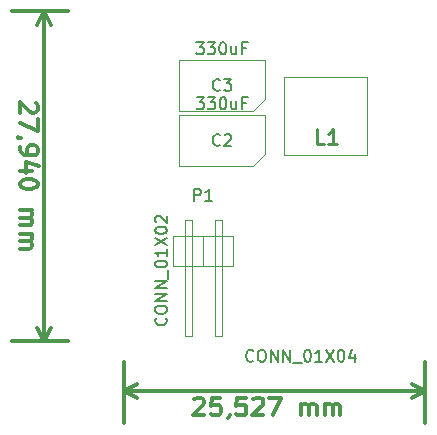
<source format=gbr>
G04 #@! TF.GenerationSoftware,KiCad,Pcbnew,(5.1.5)-3*
G04 #@! TF.CreationDate,2020-11-20T22:13:14+01:00*
G04 #@! TF.ProjectId,Microduino_Base_DE,4d696372-6f64-4756-996e-6f5f42617365,0.0*
G04 #@! TF.SameCoordinates,Original*
G04 #@! TF.FileFunction,Other,Fab,Top*
%FSLAX46Y46*%
G04 Gerber Fmt 4.6, Leading zero omitted, Abs format (unit mm)*
G04 Created by KiCad (PCBNEW (5.1.5)-3) date 2020-11-20 22:13:14*
%MOMM*%
%LPD*%
G04 APERTURE LIST*
%ADD10C,0.300000*%
%ADD11C,0.100000*%
%ADD12C,0.150000*%
%ADD13C,0.254000*%
G04 APERTURE END LIST*
D10*
X131433971Y-70493714D02*
X131505400Y-70565142D01*
X131576828Y-70708000D01*
X131576828Y-71065142D01*
X131505400Y-71208000D01*
X131433971Y-71279428D01*
X131291114Y-71350857D01*
X131148257Y-71350857D01*
X130933971Y-71279428D01*
X130076828Y-70422285D01*
X130076828Y-71350857D01*
X131576828Y-71850857D02*
X131576828Y-72850857D01*
X130076828Y-72208000D01*
X130148257Y-73493714D02*
X130076828Y-73493714D01*
X129933971Y-73422285D01*
X129862542Y-73350857D01*
X130076828Y-74208000D02*
X130076828Y-74493714D01*
X130148257Y-74636571D01*
X130219685Y-74708000D01*
X130433971Y-74850857D01*
X130719685Y-74922285D01*
X131291114Y-74922285D01*
X131433971Y-74850857D01*
X131505400Y-74779428D01*
X131576828Y-74636571D01*
X131576828Y-74350857D01*
X131505400Y-74208000D01*
X131433971Y-74136571D01*
X131291114Y-74065142D01*
X130933971Y-74065142D01*
X130791114Y-74136571D01*
X130719685Y-74208000D01*
X130648257Y-74350857D01*
X130648257Y-74636571D01*
X130719685Y-74779428D01*
X130791114Y-74850857D01*
X130933971Y-74922285D01*
X131076828Y-76208000D02*
X130076828Y-76208000D01*
X131648257Y-75850857D02*
X130576828Y-75493714D01*
X130576828Y-76422285D01*
X131576828Y-77279428D02*
X131576828Y-77422285D01*
X131505400Y-77565142D01*
X131433971Y-77636571D01*
X131291114Y-77708000D01*
X131005400Y-77779428D01*
X130648257Y-77779428D01*
X130362542Y-77708000D01*
X130219685Y-77636571D01*
X130148257Y-77565142D01*
X130076828Y-77422285D01*
X130076828Y-77279428D01*
X130148257Y-77136571D01*
X130219685Y-77065142D01*
X130362542Y-76993714D01*
X130648257Y-76922285D01*
X131005400Y-76922285D01*
X131291114Y-76993714D01*
X131433971Y-77065142D01*
X131505400Y-77136571D01*
X131576828Y-77279428D01*
X130076828Y-79565142D02*
X131076828Y-79565142D01*
X130933971Y-79565142D02*
X131005400Y-79636571D01*
X131076828Y-79779428D01*
X131076828Y-79993714D01*
X131005400Y-80136571D01*
X130862542Y-80208000D01*
X130076828Y-80208000D01*
X130862542Y-80208000D02*
X131005400Y-80279428D01*
X131076828Y-80422285D01*
X131076828Y-80636571D01*
X131005400Y-80779428D01*
X130862542Y-80850857D01*
X130076828Y-80850857D01*
X130076828Y-81565142D02*
X131076828Y-81565142D01*
X130933971Y-81565142D02*
X131005400Y-81636571D01*
X131076828Y-81779428D01*
X131076828Y-81993714D01*
X131005400Y-82136571D01*
X130862542Y-82208000D01*
X130076828Y-82208000D01*
X130862542Y-82208000D02*
X131005400Y-82279428D01*
X131076828Y-82422285D01*
X131076828Y-82636571D01*
X131005400Y-82779428D01*
X130862542Y-82850857D01*
X130076828Y-82850857D01*
X132105400Y-62738000D02*
X132105400Y-90678000D01*
X134137400Y-62738000D02*
X129405400Y-62738000D01*
X134137400Y-90678000D02*
X129405400Y-90678000D01*
X132105400Y-90678000D02*
X131518979Y-89551496D01*
X132105400Y-90678000D02*
X132691821Y-89551496D01*
X132105400Y-62738000D02*
X131518979Y-63864504D01*
X132105400Y-62738000D02*
X132691821Y-63864504D01*
X144814114Y-95587428D02*
X144885542Y-95516000D01*
X145028400Y-95444571D01*
X145385542Y-95444571D01*
X145528400Y-95516000D01*
X145599828Y-95587428D01*
X145671257Y-95730285D01*
X145671257Y-95873142D01*
X145599828Y-96087428D01*
X144742685Y-96944571D01*
X145671257Y-96944571D01*
X147028400Y-95444571D02*
X146314114Y-95444571D01*
X146242685Y-96158857D01*
X146314114Y-96087428D01*
X146456971Y-96016000D01*
X146814114Y-96016000D01*
X146956971Y-96087428D01*
X147028400Y-96158857D01*
X147099828Y-96301714D01*
X147099828Y-96658857D01*
X147028400Y-96801714D01*
X146956971Y-96873142D01*
X146814114Y-96944571D01*
X146456971Y-96944571D01*
X146314114Y-96873142D01*
X146242685Y-96801714D01*
X147814114Y-96873142D02*
X147814114Y-96944571D01*
X147742685Y-97087428D01*
X147671257Y-97158857D01*
X149171257Y-95444571D02*
X148456971Y-95444571D01*
X148385542Y-96158857D01*
X148456971Y-96087428D01*
X148599828Y-96016000D01*
X148956971Y-96016000D01*
X149099828Y-96087428D01*
X149171257Y-96158857D01*
X149242685Y-96301714D01*
X149242685Y-96658857D01*
X149171257Y-96801714D01*
X149099828Y-96873142D01*
X148956971Y-96944571D01*
X148599828Y-96944571D01*
X148456971Y-96873142D01*
X148385542Y-96801714D01*
X149814114Y-95587428D02*
X149885542Y-95516000D01*
X150028400Y-95444571D01*
X150385542Y-95444571D01*
X150528400Y-95516000D01*
X150599828Y-95587428D01*
X150671257Y-95730285D01*
X150671257Y-95873142D01*
X150599828Y-96087428D01*
X149742685Y-96944571D01*
X150671257Y-96944571D01*
X151171257Y-95444571D02*
X152171257Y-95444571D01*
X151528400Y-96944571D01*
X153885542Y-96944571D02*
X153885542Y-95944571D01*
X153885542Y-96087428D02*
X153956971Y-96016000D01*
X154099828Y-95944571D01*
X154314114Y-95944571D01*
X154456971Y-96016000D01*
X154528400Y-96158857D01*
X154528400Y-96944571D01*
X154528400Y-96158857D02*
X154599828Y-96016000D01*
X154742685Y-95944571D01*
X154956971Y-95944571D01*
X155099828Y-96016000D01*
X155171257Y-96158857D01*
X155171257Y-96944571D01*
X155885542Y-96944571D02*
X155885542Y-95944571D01*
X155885542Y-96087428D02*
X155956971Y-96016000D01*
X156099828Y-95944571D01*
X156314114Y-95944571D01*
X156456971Y-96016000D01*
X156528400Y-96158857D01*
X156528400Y-96944571D01*
X156528400Y-96158857D02*
X156599828Y-96016000D01*
X156742685Y-95944571D01*
X156956971Y-95944571D01*
X157099828Y-96016000D01*
X157171257Y-96158857D01*
X157171257Y-96944571D01*
X164363400Y-94868999D02*
X138836400Y-94868999D01*
X164363400Y-92456000D02*
X164363400Y-97568999D01*
X138836400Y-92456000D02*
X138836400Y-97568999D01*
X138836400Y-94868999D02*
X139962904Y-94282578D01*
X138836400Y-94868999D02*
X139962904Y-95455420D01*
X164363400Y-94868999D02*
X163236896Y-94282578D01*
X164363400Y-94868999D02*
X163236896Y-95455420D01*
D11*
X143517600Y-71149100D02*
X149817600Y-71149100D01*
X149817600Y-71149100D02*
X150817600Y-70149100D01*
X150817600Y-70149100D02*
X150817600Y-66849100D01*
X150817600Y-66849100D02*
X143517600Y-66849100D01*
X143517600Y-66849100D02*
X143517600Y-71149100D01*
X148131000Y-81755000D02*
X145591000Y-81755000D01*
X145591000Y-81755000D02*
X145591000Y-84255000D01*
X145591000Y-84255000D02*
X148131000Y-84255000D01*
X148131000Y-84255000D02*
X148131000Y-81755000D01*
X147181000Y-80355000D02*
X146541000Y-80355000D01*
X146541000Y-80355000D02*
X146541000Y-90255000D01*
X146541000Y-90255000D02*
X147181000Y-90255000D01*
X147181000Y-90255000D02*
X147181000Y-80355000D01*
X145591000Y-81755000D02*
X143051000Y-81755000D01*
X143051000Y-81755000D02*
X143051000Y-84255000D01*
X143051000Y-84255000D02*
X145591000Y-84255000D01*
X145591000Y-84255000D02*
X145591000Y-81755000D01*
X144641000Y-80355000D02*
X144001000Y-80355000D01*
X144001000Y-80355000D02*
X144001000Y-90255000D01*
X144001000Y-90255000D02*
X144641000Y-90255000D01*
X144641000Y-90255000D02*
X144641000Y-80355000D01*
X143530300Y-71510000D02*
X143530300Y-75810000D01*
X150830300Y-71510000D02*
X143530300Y-71510000D01*
X150830300Y-74810000D02*
X150830300Y-71510000D01*
X149830300Y-75810000D02*
X150830300Y-74810000D01*
X143530300Y-75810000D02*
X149830300Y-75810000D01*
X152456000Y-68328000D02*
X159456000Y-68328000D01*
X159456000Y-68328000D02*
X159456000Y-74928000D01*
X159456000Y-74928000D02*
X152456000Y-74928000D01*
X152456000Y-74928000D02*
X152456000Y-68328000D01*
D12*
X145000933Y-65351480D02*
X145619980Y-65351480D01*
X145286647Y-65732433D01*
X145429504Y-65732433D01*
X145524742Y-65780052D01*
X145572361Y-65827671D01*
X145619980Y-65922909D01*
X145619980Y-66161004D01*
X145572361Y-66256242D01*
X145524742Y-66303861D01*
X145429504Y-66351480D01*
X145143790Y-66351480D01*
X145048552Y-66303861D01*
X145000933Y-66256242D01*
X145953314Y-65351480D02*
X146572361Y-65351480D01*
X146239028Y-65732433D01*
X146381885Y-65732433D01*
X146477123Y-65780052D01*
X146524742Y-65827671D01*
X146572361Y-65922909D01*
X146572361Y-66161004D01*
X146524742Y-66256242D01*
X146477123Y-66303861D01*
X146381885Y-66351480D01*
X146096171Y-66351480D01*
X146000933Y-66303861D01*
X145953314Y-66256242D01*
X147191409Y-65351480D02*
X147286647Y-65351480D01*
X147381885Y-65399100D01*
X147429504Y-65446719D01*
X147477123Y-65541957D01*
X147524742Y-65732433D01*
X147524742Y-65970528D01*
X147477123Y-66161004D01*
X147429504Y-66256242D01*
X147381885Y-66303861D01*
X147286647Y-66351480D01*
X147191409Y-66351480D01*
X147096171Y-66303861D01*
X147048552Y-66256242D01*
X147000933Y-66161004D01*
X146953314Y-65970528D01*
X146953314Y-65732433D01*
X147000933Y-65541957D01*
X147048552Y-65446719D01*
X147096171Y-65399100D01*
X147191409Y-65351480D01*
X148381885Y-65684814D02*
X148381885Y-66351480D01*
X147953314Y-65684814D02*
X147953314Y-66208623D01*
X148000933Y-66303861D01*
X148096171Y-66351480D01*
X148239028Y-66351480D01*
X148334266Y-66303861D01*
X148381885Y-66256242D01*
X149191409Y-65827671D02*
X148858076Y-65827671D01*
X148858076Y-66351480D02*
X148858076Y-65351480D01*
X149334266Y-65351480D01*
X147000933Y-69356242D02*
X146953314Y-69403861D01*
X146810457Y-69451480D01*
X146715219Y-69451480D01*
X146572361Y-69403861D01*
X146477123Y-69308623D01*
X146429504Y-69213385D01*
X146381885Y-69022909D01*
X146381885Y-68880052D01*
X146429504Y-68689576D01*
X146477123Y-68594338D01*
X146572361Y-68499100D01*
X146715219Y-68451480D01*
X146810457Y-68451480D01*
X146953314Y-68499100D01*
X147000933Y-68546719D01*
X147334266Y-68451480D02*
X147953314Y-68451480D01*
X147619980Y-68832433D01*
X147762838Y-68832433D01*
X147858076Y-68880052D01*
X147905695Y-68927671D01*
X147953314Y-69022909D01*
X147953314Y-69261004D01*
X147905695Y-69356242D01*
X147858076Y-69403861D01*
X147762838Y-69451480D01*
X147477123Y-69451480D01*
X147381885Y-69403861D01*
X147334266Y-69356242D01*
X142408142Y-88693809D02*
X142455761Y-88741428D01*
X142503380Y-88884285D01*
X142503380Y-88979523D01*
X142455761Y-89122380D01*
X142360523Y-89217619D01*
X142265285Y-89265238D01*
X142074809Y-89312857D01*
X141931952Y-89312857D01*
X141741476Y-89265238D01*
X141646238Y-89217619D01*
X141551000Y-89122380D01*
X141503380Y-88979523D01*
X141503380Y-88884285D01*
X141551000Y-88741428D01*
X141598619Y-88693809D01*
X141503380Y-88074761D02*
X141503380Y-87884285D01*
X141551000Y-87789047D01*
X141646238Y-87693809D01*
X141836714Y-87646190D01*
X142170047Y-87646190D01*
X142360523Y-87693809D01*
X142455761Y-87789047D01*
X142503380Y-87884285D01*
X142503380Y-88074761D01*
X142455761Y-88170000D01*
X142360523Y-88265238D01*
X142170047Y-88312857D01*
X141836714Y-88312857D01*
X141646238Y-88265238D01*
X141551000Y-88170000D01*
X141503380Y-88074761D01*
X142503380Y-87217619D02*
X141503380Y-87217619D01*
X142503380Y-86646190D01*
X141503380Y-86646190D01*
X142503380Y-86170000D02*
X141503380Y-86170000D01*
X142503380Y-85598571D01*
X141503380Y-85598571D01*
X142598619Y-85360476D02*
X142598619Y-84598571D01*
X141503380Y-84170000D02*
X141503380Y-84074761D01*
X141551000Y-83979523D01*
X141598619Y-83931904D01*
X141693857Y-83884285D01*
X141884333Y-83836666D01*
X142122428Y-83836666D01*
X142312904Y-83884285D01*
X142408142Y-83931904D01*
X142455761Y-83979523D01*
X142503380Y-84074761D01*
X142503380Y-84170000D01*
X142455761Y-84265238D01*
X142408142Y-84312857D01*
X142312904Y-84360476D01*
X142122428Y-84408095D01*
X141884333Y-84408095D01*
X141693857Y-84360476D01*
X141598619Y-84312857D01*
X141551000Y-84265238D01*
X141503380Y-84170000D01*
X142503380Y-82884285D02*
X142503380Y-83455714D01*
X142503380Y-83170000D02*
X141503380Y-83170000D01*
X141646238Y-83265238D01*
X141741476Y-83360476D01*
X141789095Y-83455714D01*
X141503380Y-82550952D02*
X142503380Y-81884285D01*
X141503380Y-81884285D02*
X142503380Y-82550952D01*
X141503380Y-81312857D02*
X141503380Y-81217619D01*
X141551000Y-81122380D01*
X141598619Y-81074761D01*
X141693857Y-81027142D01*
X141884333Y-80979523D01*
X142122428Y-80979523D01*
X142312904Y-81027142D01*
X142408142Y-81074761D01*
X142455761Y-81122380D01*
X142503380Y-81217619D01*
X142503380Y-81312857D01*
X142455761Y-81408095D01*
X142408142Y-81455714D01*
X142312904Y-81503333D01*
X142122428Y-81550952D01*
X141884333Y-81550952D01*
X141693857Y-81503333D01*
X141598619Y-81455714D01*
X141551000Y-81408095D01*
X141503380Y-81312857D01*
X141598619Y-80598571D02*
X141551000Y-80550952D01*
X141503380Y-80455714D01*
X141503380Y-80217619D01*
X141551000Y-80122380D01*
X141598619Y-80074761D01*
X141693857Y-80027142D01*
X141789095Y-80027142D01*
X141931952Y-80074761D01*
X142503380Y-80646190D01*
X142503380Y-80027142D01*
X144802104Y-78775380D02*
X144802104Y-77775380D01*
X145183057Y-77775380D01*
X145278295Y-77823000D01*
X145325914Y-77870619D01*
X145373533Y-77965857D01*
X145373533Y-78108714D01*
X145325914Y-78203952D01*
X145278295Y-78251571D01*
X145183057Y-78299190D01*
X144802104Y-78299190D01*
X146325914Y-78775380D02*
X145754485Y-78775380D01*
X146040200Y-78775380D02*
X146040200Y-77775380D01*
X145944961Y-77918238D01*
X145849723Y-78013476D01*
X145754485Y-78061095D01*
X149823990Y-92295342D02*
X149776371Y-92342961D01*
X149633514Y-92390580D01*
X149538276Y-92390580D01*
X149395419Y-92342961D01*
X149300180Y-92247723D01*
X149252561Y-92152485D01*
X149204942Y-91962009D01*
X149204942Y-91819152D01*
X149252561Y-91628676D01*
X149300180Y-91533438D01*
X149395419Y-91438200D01*
X149538276Y-91390580D01*
X149633514Y-91390580D01*
X149776371Y-91438200D01*
X149823990Y-91485819D01*
X150443038Y-91390580D02*
X150633514Y-91390580D01*
X150728752Y-91438200D01*
X150823990Y-91533438D01*
X150871609Y-91723914D01*
X150871609Y-92057247D01*
X150823990Y-92247723D01*
X150728752Y-92342961D01*
X150633514Y-92390580D01*
X150443038Y-92390580D01*
X150347800Y-92342961D01*
X150252561Y-92247723D01*
X150204942Y-92057247D01*
X150204942Y-91723914D01*
X150252561Y-91533438D01*
X150347800Y-91438200D01*
X150443038Y-91390580D01*
X151300180Y-92390580D02*
X151300180Y-91390580D01*
X151871609Y-92390580D01*
X151871609Y-91390580D01*
X152347800Y-92390580D02*
X152347800Y-91390580D01*
X152919228Y-92390580D01*
X152919228Y-91390580D01*
X153157323Y-92485819D02*
X153919228Y-92485819D01*
X154347800Y-91390580D02*
X154443038Y-91390580D01*
X154538276Y-91438200D01*
X154585895Y-91485819D01*
X154633514Y-91581057D01*
X154681133Y-91771533D01*
X154681133Y-92009628D01*
X154633514Y-92200104D01*
X154585895Y-92295342D01*
X154538276Y-92342961D01*
X154443038Y-92390580D01*
X154347800Y-92390580D01*
X154252561Y-92342961D01*
X154204942Y-92295342D01*
X154157323Y-92200104D01*
X154109704Y-92009628D01*
X154109704Y-91771533D01*
X154157323Y-91581057D01*
X154204942Y-91485819D01*
X154252561Y-91438200D01*
X154347800Y-91390580D01*
X155633514Y-92390580D02*
X155062085Y-92390580D01*
X155347800Y-92390580D02*
X155347800Y-91390580D01*
X155252561Y-91533438D01*
X155157323Y-91628676D01*
X155062085Y-91676295D01*
X155966847Y-91390580D02*
X156633514Y-92390580D01*
X156633514Y-91390580D02*
X155966847Y-92390580D01*
X157204942Y-91390580D02*
X157300180Y-91390580D01*
X157395419Y-91438200D01*
X157443038Y-91485819D01*
X157490657Y-91581057D01*
X157538276Y-91771533D01*
X157538276Y-92009628D01*
X157490657Y-92200104D01*
X157443038Y-92295342D01*
X157395419Y-92342961D01*
X157300180Y-92390580D01*
X157204942Y-92390580D01*
X157109704Y-92342961D01*
X157062085Y-92295342D01*
X157014466Y-92200104D01*
X156966847Y-92009628D01*
X156966847Y-91771533D01*
X157014466Y-91581057D01*
X157062085Y-91485819D01*
X157109704Y-91438200D01*
X157204942Y-91390580D01*
X158395419Y-91723914D02*
X158395419Y-92390580D01*
X158157323Y-91342961D02*
X157919228Y-92057247D01*
X158538276Y-92057247D01*
X145013633Y-70012380D02*
X145632680Y-70012380D01*
X145299347Y-70393333D01*
X145442204Y-70393333D01*
X145537442Y-70440952D01*
X145585061Y-70488571D01*
X145632680Y-70583809D01*
X145632680Y-70821904D01*
X145585061Y-70917142D01*
X145537442Y-70964761D01*
X145442204Y-71012380D01*
X145156490Y-71012380D01*
X145061252Y-70964761D01*
X145013633Y-70917142D01*
X145966014Y-70012380D02*
X146585061Y-70012380D01*
X146251728Y-70393333D01*
X146394585Y-70393333D01*
X146489823Y-70440952D01*
X146537442Y-70488571D01*
X146585061Y-70583809D01*
X146585061Y-70821904D01*
X146537442Y-70917142D01*
X146489823Y-70964761D01*
X146394585Y-71012380D01*
X146108871Y-71012380D01*
X146013633Y-70964761D01*
X145966014Y-70917142D01*
X147204109Y-70012380D02*
X147299347Y-70012380D01*
X147394585Y-70060000D01*
X147442204Y-70107619D01*
X147489823Y-70202857D01*
X147537442Y-70393333D01*
X147537442Y-70631428D01*
X147489823Y-70821904D01*
X147442204Y-70917142D01*
X147394585Y-70964761D01*
X147299347Y-71012380D01*
X147204109Y-71012380D01*
X147108871Y-70964761D01*
X147061252Y-70917142D01*
X147013633Y-70821904D01*
X146966014Y-70631428D01*
X146966014Y-70393333D01*
X147013633Y-70202857D01*
X147061252Y-70107619D01*
X147108871Y-70060000D01*
X147204109Y-70012380D01*
X148394585Y-70345714D02*
X148394585Y-71012380D01*
X147966014Y-70345714D02*
X147966014Y-70869523D01*
X148013633Y-70964761D01*
X148108871Y-71012380D01*
X148251728Y-71012380D01*
X148346966Y-70964761D01*
X148394585Y-70917142D01*
X149204109Y-70488571D02*
X148870776Y-70488571D01*
X148870776Y-71012380D02*
X148870776Y-70012380D01*
X149346966Y-70012380D01*
X147013633Y-74017142D02*
X146966014Y-74064761D01*
X146823157Y-74112380D01*
X146727919Y-74112380D01*
X146585061Y-74064761D01*
X146489823Y-73969523D01*
X146442204Y-73874285D01*
X146394585Y-73683809D01*
X146394585Y-73540952D01*
X146442204Y-73350476D01*
X146489823Y-73255238D01*
X146585061Y-73160000D01*
X146727919Y-73112380D01*
X146823157Y-73112380D01*
X146966014Y-73160000D01*
X147013633Y-73207619D01*
X147394585Y-73207619D02*
X147442204Y-73160000D01*
X147537442Y-73112380D01*
X147775538Y-73112380D01*
X147870776Y-73160000D01*
X147918395Y-73207619D01*
X147966014Y-73302857D01*
X147966014Y-73398095D01*
X147918395Y-73540952D01*
X147346966Y-74112380D01*
X147966014Y-74112380D01*
D13*
X155807833Y-73980523D02*
X155203071Y-73980523D01*
X155203071Y-72710523D01*
X156896404Y-73980523D02*
X156170690Y-73980523D01*
X156533547Y-73980523D02*
X156533547Y-72710523D01*
X156412595Y-72891952D01*
X156291642Y-73012904D01*
X156170690Y-73073380D01*
M02*

</source>
